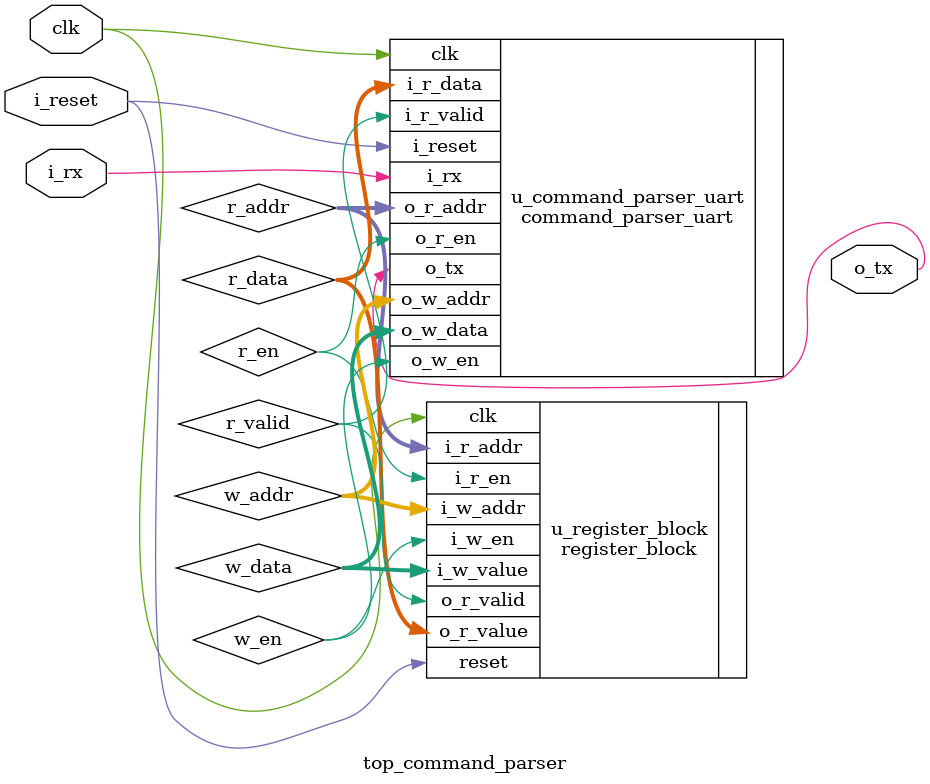
<source format=sv>
module top_command_parser #(
	parameter DIVISOR = 434,
	parameter SAMPLE_PHASE = 217,
	parameter REG_WIDTH = 32,
	parameter REG_DEPTH = 4
	) (
	input clk,    // Clock
	input i_reset,
	input i_rx,
	output o_tx
);

	logic w_en, r_en, r_valid;
	logic [7:0] w_addr, r_addr;
	logic [31:0] w_data, r_data;

	command_parser_uart #(
		.WORD_WIDTH        (8),
		.VALUE_WORDS       (4),
		.PULSE_W_EN_MAX_LEN(1),
		.DIVISOR           (DIVISOR),
		.SAMPLE_PHASE      (SAMPLE_PHASE),
		.FIFO_DEPTH        (32),
		.FIFO_LEVEL        (2)
		) u_command_parser_uart (
		.clk      (clk),
		.i_reset  (i_reset),
		.i_rx     (i_rx),
		.o_tx     (o_tx),
		.o_w_en   (w_en),
		.o_w_addr (w_addr),
		.o_w_data (w_data),
		.o_r_en   (r_en),
		.o_r_addr (r_addr),
		.i_r_data (r_data),
		.i_r_valid(r_valid)
		);

register_block #(
		.WIDTH(REG_WIDTH),
		.DEPTH(REG_DEPTH)
	) u_register_block (
		.clk      (clk),
		.reset    (i_reset),
		.i_w_en   (w_en),
		.i_w_addr (w_addr),
		.i_w_value(w_data),
		.i_r_en   (r_en),
		.i_r_addr (r_addr),
		.o_r_value(r_data),
		.o_r_valid(r_valid)
	);

endmodule
</source>
